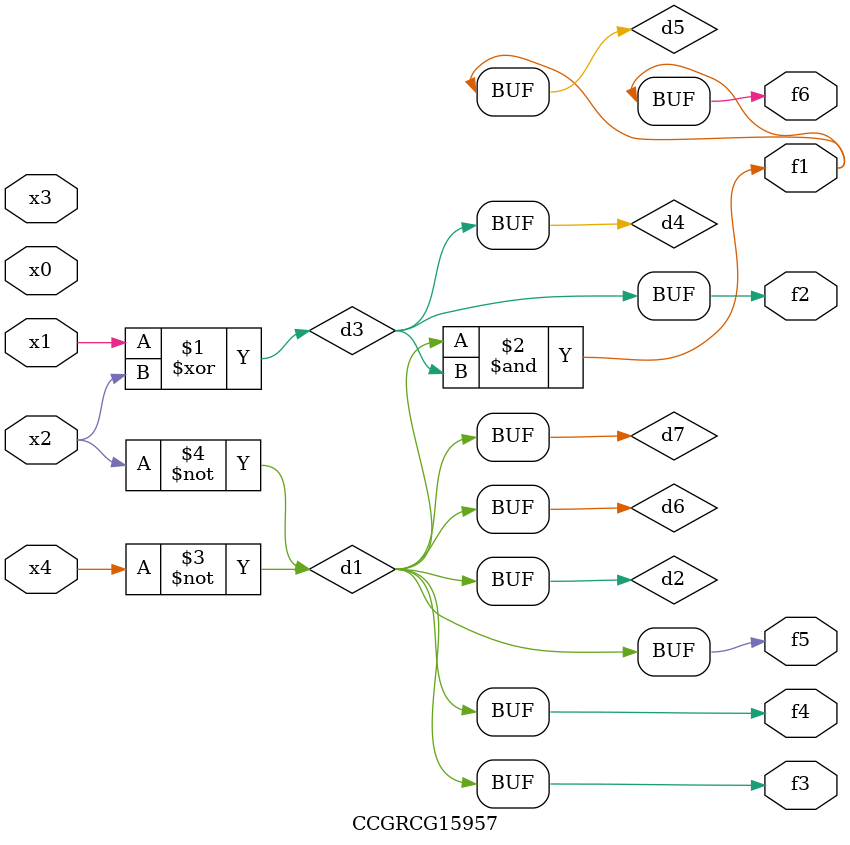
<source format=v>
module CCGRCG15957(
	input x0, x1, x2, x3, x4,
	output f1, f2, f3, f4, f5, f6
);

	wire d1, d2, d3, d4, d5, d6, d7;

	not (d1, x4);
	not (d2, x2);
	xor (d3, x1, x2);
	buf (d4, d3);
	and (d5, d1, d3);
	buf (d6, d1, d2);
	buf (d7, d2);
	assign f1 = d5;
	assign f2 = d4;
	assign f3 = d7;
	assign f4 = d7;
	assign f5 = d7;
	assign f6 = d5;
endmodule

</source>
